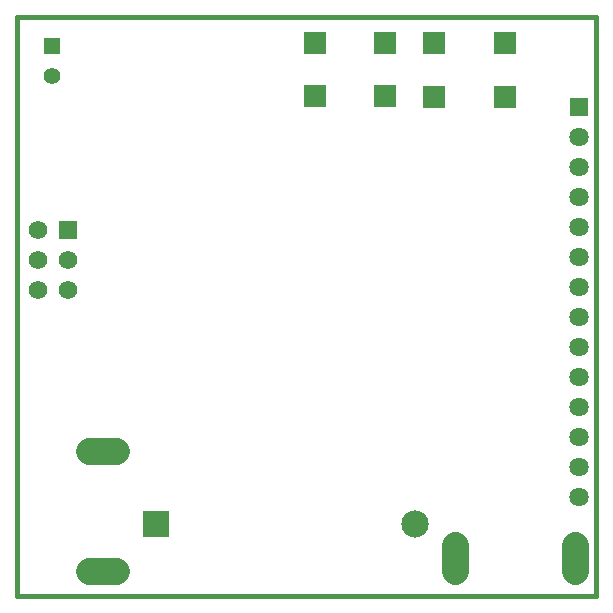
<source format=gbs>
G75*
%MOIN*%
%OFA0B0*%
%FSLAX25Y25*%
%IPPOS*%
%LPD*%
%AMOC8*
5,1,8,0,0,1.08239X$1,22.5*
%
%ADD10C,0.01600*%
%ADD11R,0.07191X0.07191*%
%ADD12R,0.06424X0.06424*%
%ADD13C,0.06424*%
%ADD14R,0.05550X0.05550*%
%ADD15C,0.05550*%
%ADD16R,0.06140X0.06140*%
%ADD17C,0.06140*%
%ADD18R,0.09081X0.09081*%
%ADD19C,0.09081*%
%ADD20C,0.09085*%
D10*
X0030519Y0038647D02*
X0030519Y0231560D01*
X0223432Y0231560D01*
X0223432Y0038647D01*
X0030519Y0038647D01*
D11*
X0129692Y0205379D03*
X0129692Y0223096D03*
X0153314Y0223096D03*
X0169456Y0222820D03*
X0169456Y0205104D03*
X0153314Y0205379D03*
X0193078Y0205104D03*
X0193078Y0222820D03*
D12*
X0217763Y0201678D03*
D13*
X0217763Y0191678D03*
X0217763Y0181678D03*
X0217763Y0171678D03*
X0217763Y0161678D03*
X0217763Y0151678D03*
X0217763Y0141678D03*
X0217763Y0131678D03*
X0217763Y0121678D03*
X0217763Y0111678D03*
X0217763Y0101678D03*
X0217763Y0091678D03*
X0217763Y0081678D03*
X0217763Y0071678D03*
D14*
X0042330Y0221993D03*
D15*
X0042330Y0211993D03*
D16*
X0047645Y0160812D03*
D17*
X0037645Y0160812D03*
X0037645Y0150812D03*
X0047645Y0150812D03*
X0047645Y0140812D03*
X0037645Y0140812D03*
D18*
X0077015Y0062604D03*
D19*
X0163235Y0062604D03*
D20*
X0176621Y0055745D02*
X0176621Y0047060D01*
X0216621Y0047060D02*
X0216621Y0055745D01*
X0063365Y0047072D02*
X0054680Y0047072D01*
X0054680Y0087072D02*
X0063365Y0087072D01*
M02*

</source>
